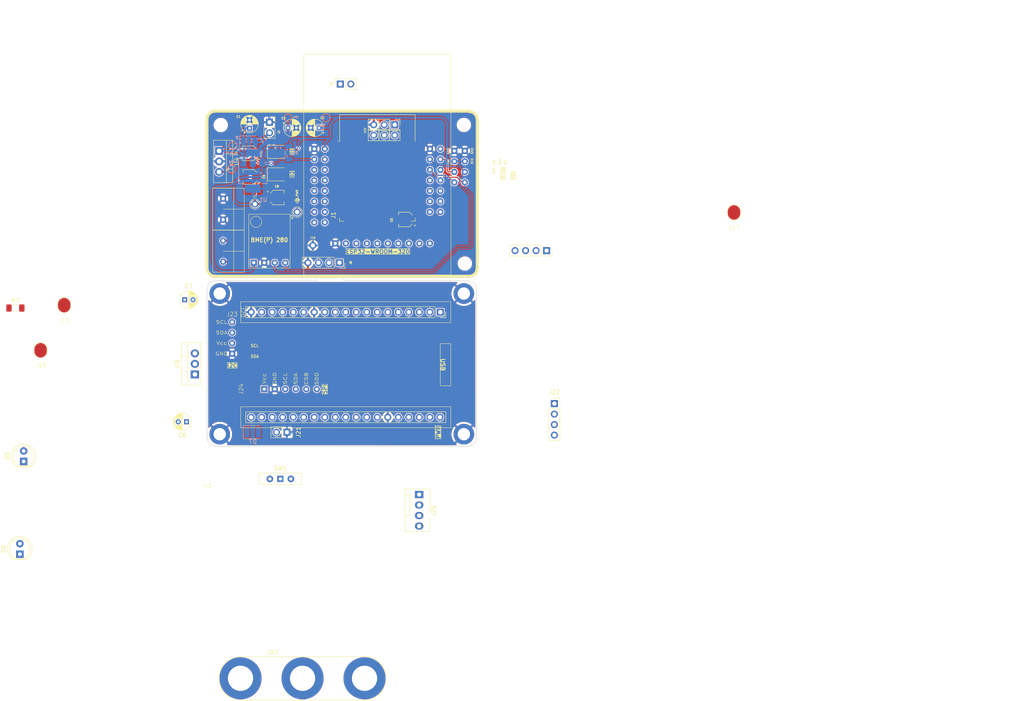
<source format=kicad_pcb>
(kicad_pcb (version 20240108) (generator "pcbnew") (generator_version "8.0")
  (layers (0 "F.Cu" signal) (31 "B.Cu" signal) (34 "B.Paste" user) (35 "F.Paste" user) (36 "B.SilkS" user "B.Silkscreen") (37 "F.SilkS" user "F.Silkscreen") (38 "B.Mask" user) (39 "F.Mask" user) (44 "Edge.Cuts" user))
  (net 0 "")
  (net 1 "GND")
  (net 2 "+3V3")
  (net 3 "+5V")
  (net 4 "/RXD")
  (net 5 "/TXD")
  (net 6 "/SDA")
  (net 7 "/GPIO_33")
  (net 8 "/SCL")
  (net 9 "/OUT3")
  (net 10 "/EN")
  (net 11 "/SOURCE2")
  (net 12 "/SOURCE1")
  (net 13 "/SOURCE3")
  (net 14 "/VDC")
  (net 15 "/DAC1")
  (net 16 "/DAC2")
  (net 17 "/GPIO39")
  (net 18 "/GPIO19")
  (net 19 "/GPIO17")
  (net 20 "/GPIO5")
  (net 21 "/GPIO18")
  (net 22 "/SD_DATA0")
  (net 23 "/ADC2_CH3")
  (net 24 "/SD_DATA3")
  (net 25 "/SD_CMD")
  (net 26 "/SD_CLK")
  (net 27 "/SD_DATA2")
  (net 28 "/SD_DATA1")
  (net 29 "/ADC2_CH0")
  (net 30 "/GPIO23")
  (net 31 "/GPIO36")
  (net 32 "/ADC2_CH2")
  (net 33 "/BOOT")
  (net 34 "/GPIO13")
  (net 35 "/SOURCE4")
  (net 36 "/SOURCE5")
  (net 37 "/SIPO_DATA")
  (net 38 "/SIPO_CLK")
  (net 39 "/SIPO_LATCH")
  (net 40 "/GPIO14")
  (net 41 "/OUT1")
  (net 42 "/VIN")
  (net 43 "Net-(D5-Pad1)")
  (net 44 "Net-(J15-Pin_1)")
  (net 45 "Net-(J19-Pin_1)")
  (net 46 "/OUT2")
  (net 58 "/ESP32-WROOM-32U Node/VIN")
  (net 63 "/ESP32-WROOM-32U Node/VDC")
  (net 74 "/ESP32-WROOM-32U Node/SPI-SDO")
  (net 75 "/ESP32-WROOM-32U Node/TX")
  (net 78 "/ESP32-WROOM-32U Node/SDA-2")
  (net 79 "/ESP32-WROOM-32U Node/SPI-CSB")
  (net 80 "/ESP32-WROOM-32U Node/SPI-SCL")
  (net 81 "/ESP32-WROOM-32U Node/3V3")
  (net 82 "/ESP32-WROOM-32U Node/SCL-2")
  (net 83 "/ESP32-WROOM-32U Node/RX")
  (net 84 "Net-(J21-Pin_2)")
  (net 86 "/ESP32-WROOM-32U Node/SPI-SDA")
  (net 88 "/ESP32-WROOM-32U Node/12V")
  (footprint "Capacitor_THT:CP_Radial_D4.0mm_P2.00mm" (layer "F.Cu") (at 107 44.2 180)
    (property "Reference" "C2")
    (property "Value" "1uF")
  )
  (footprint "LED_SMD:LED_1210_3225Metric_Pad1.42x2.65mm_HandSolder" (layer "F.Cu") (at 97 55.45)
    (property "Reference" "D2")
    (property "Value" "STATUS")
  )
  (footprint "Alexander Footprint Library:Board_65-40" (layer "F.Cu") (at 80 131.25)
    (property "Reference" "H3")
    (property "Value" "Project_Box_Board_65x40")
    (fp_line (start 0 -13) (end 0 -47) (stroke (width 0.05)) (layer "Edge.Cuts"))
    (fp_line (start 3 -50) (end 62 -50) (stroke (width 0.05)) (layer "Edge.Cuts"))
    (fp_line (start 62 -10) (end 3 -10) (stroke (width 0.05)) (layer "Edge.Cuts"))
    (fp_line (start 65 -47) (end 65 -13) (stroke (width 0.05)) (layer "Edge.Cuts"))
    (fp_arc (start 0 -47) (mid 0.87868 -49.12132) (end 3 -50) (stroke (width 0.05)) (layer "Edge.Cuts"))
    (fp_arc (start 3 -10) (mid 0.87868 -10.87868) (end 0 -13) (stroke (width 0.05)) (layer "Edge.Cuts"))
    (fp_arc (start 62 -50) (mid 64.12132 -49.12132) (end 65 -47) (stroke (width 0.05)) (layer "Edge.Cuts"))
    (fp_arc (start 65 -13) (mid 64.12132 -10.87868) (end 62 -10) (stroke (width 0.05)) (layer "Edge.Cuts"))
  )
  (footprint "Connector:Banana_Jack_3Pin" (layer "F.Cu") (at 88.03 177.25)
    (property "Reference" "J27")
    (property "Value" "Power_Jack")
  )
  (footprint "Capacitor_SMD:CP_Elec_3x5.3" (layer "F.Cu") (at 90.3 50.35 180)
    (property "Reference" "C4")
    (property "Value" "0.1uF")
  )
  (footprint "Resistor_SMD:R_1206_3216Metric_Pad1.30x1.75mm_HandSolder" (layer "F.Cu") (at 33.612 87.7585)
    (property "Reference" "R7")
    (property "Value" "4K7")
  )
  (footprint "LED_THT:LED_D5.0mm" (layer "F.Cu") (at 34.7 147.25 90)
    (property "Reference" "D6")
    (property "Value" "LED_STATUS")
  )
  (footprint "Button_Switch_THT:SW_Slide-03_Wuerth-WS-SLTV_10x2.5x6.4_P2.54mm" (layer "F.Cu") (at 97.66 129.05)
    (property "Reference" "SW1")
    (property "Value" "SW_SPDT")
  )
  (footprint "Connector_PinSocket_2.54mm:PinSocket_1x04_P2.54mm_Vertical" (layer "F.Cu") (at 163.88 110.85)
    (property "Reference" "J22")
    (property "Value" "PWR_SATA_Conn_01x04")
  )
  (footprint "Alexander Footprint Library:Pad_1x01_P2.54_SMD" (layer "F.Cu") (at 39.712 102.098)
    (property "Reference" "J19")
    (property "Value" "LED_PWR")
  )
  (footprint "Alexanddr Footprints Library:ESP32-WROOM-Adapter-Socket-2" (layer "F.Cu") (at 121.1 56.9025)
    (property "Reference" "J1")
    (property "Value" "~")
  )
  (footprint "Alexander Footprint Library:Pad_1x01_P2.54_SMD" (layer "F.Cu") (at 45.412 91.198)
    (property "Reference" "J15")
    (property "Value" "LED_PWR")
  )
  (footprint "MountingHole:MountingHole_3mm" (layer "F.Cu") (at 142 43.5)
    (property "Reference" "H1" (hide yes))
    (property "Value" "MountingHole_Pad")
  )
  (footprint "Connector_PinSocket_2.54mm:PinSocket_1x02_P2.54mm_Vertical" (layer "F.Cu") (at 99.25 117.775 -90)
    (property "Reference" "J21")
    (property "Value" "PWR")
  )
  (footprint "MountingHole:MountingHole_3mm" (layer "F.Cu") (at 83.25 43.53)
    (property "Reference" "H2" (hide yes))
    (property "Value" "MountingHole_Pad")
  )
  (footprint "Alexander Footprints Library:Conn_Terminal_5mm" (layer "F.Cu") (at 83.82 53.69)
    (property "Reference" "J9" (hide yes))
    (property "Value" "Conn_01x02_Socket")
  )
  (footprint "Alexander Footprint Library:Pad_1x01_P2.54_SMD" (layer "F.Cu") (at 207.3 68.7895)
    (property "Reference" "J17")
    (property "Value" "GND")
  )
  (footprint "Capacitor_THT:CP_Radial_D4.0mm_P2.00mm" (layer "F.Cu") (at 74.527401 85.75)
    (property "Reference" "C7")
    (property "Value" "1uF")
  )
  (footprint "Connector:FanPinHeader_1x04_P2.54mm_Vertical" (layer "F.Cu") (at 131.2 132.83 -90)
    (property "Reference" "J25")
    (property "Value" "Conn_01x04_Pin")
  )
  (footprint "Capacitor_SMD:CP_Elec_3x5.3" (layer "F.Cu") (at 90.4 56.05 180)
    (property "Reference" "C9")
    (property "Value" "0.1uF")
  )
  (footprint "Alexander Footprint Library:PinSocket_1x01_P2.54" (layer "F.Cu") (at 91.5 65.19)
    (property "Reference" "J7")
    (property "Value" "LED_PWR")
  )
  (footprint "Alexander Footprint Library:Conn_SPI" (layer "F.Cu") (at 88.68 107.35 90)
    (property "Reference" "J24")
    (property "Value" "~")
  )
  (footprint "Connector_PinSocket_2.54mm:PinSocket_1x02_P2.54mm_Vertical" (layer "F.Cu") (at 95.025 42.85)
    (property "Reference" "J2")
    (property "Value" "PWR")
  )
  (footprint "Connector_PinSocket_2.54mm:PinSocket_1x04_P2.54mm_Vertical" (layer "F.Cu") (at 111.94 76.8 -90)
    (property "Reference" "J6")
    (property "Value" "SOURCE")
  )
  (footprint "Connector_PinSocket_2.54mm:PinSocket_1x04_P2.54mm_Vertical" (layer "F.Cu") (at 162 73.875 -90)
    (property "Reference" "J10" (hide yes))
    (property "Value" "ADC")
  )
  (footprint "Capacitor_SMD:CP_Elec_3x5.3" (layer "F.Cu") (at 128 66.35 180)
    (property "Reference" "C5")
    (property "Value" "0.1uF")
  )
  (footprint "Capacitor_THT:CP_Radial_D4.0mm_P2.00mm" (layer "F.Cu") (at 99.5 44.2)
    (property "Reference" "C3")
    (property "Value" "1uF")
  )
  (footprint "Alexander Footprint Library:Conn_ESP32_WROOM-DevKit-38pins" (layer "F.Cu") (at 88.06 88.75 -90)
    (property "Reference" "J20")
    (property "Value" "~")
  )
  (footprint "Capacitor_SMD:CP_Elec_3x5.3" (layer "F.Cu") (at 96.8 61.05)
    (property "Reference" "C8")
    (property "Value" "10uF")
  )
  (footprint "Alexander Footprint Library:LD1117" (layer "F.Cu") (at 77 103.79 90)
    (property "Reference" "U9")
    (property "Value" "L7805")
  )
  (footprint "Alexander Footprint Library:PinSocket_1x01_P2.54" (layer "F.Cu") (at 101.7 67.12)
    (property "Reference" "J18")
    (property "Value" "LED_PWR")
  )
  (footprint "Alexander Footprint Library:Conn_I2C" (layer "F.Cu") (at 86 106.41 180)
    (property "Reference" "J23")
    (property "Value" "I2C")
  )
  (footprint "Capacitor_THT:CP_Radial_D4.0mm_P2.00mm" (layer "F.Cu") (at 74.9726 115.25 180)
    (property "Reference" "C6")
    (property "Value" "1uF")
  )
  (footprint "Connector_PinSocket_2.54mm:PinSocket_1x02_P2.54mm_Vertical" (layer "F.Cu") (at 112.15 33.625 90)
    (property "Reference" "J5")
    (property "Value" "DAC")
  )
  (footprint "Alexander Footprint Library:CONN_2x3" (layer "F.Cu") (at 130.38 43.45 -90)
    (property "Reference" "J14")
    (property "Value" "GPIO")
  )
  (footprint "Alexander Footprints Library:Conn_UART" (layer "F.Cu") (at 139.7 42.15)
    (property "Reference" "J3" (hide yes))
    (property "Value" "UART")
  )
  (footprint "Alexander Footprint Library:PinSocket_1x01_P2.54" (layer "F.Cu") (at 105.5 75.19)
    (property "Reference" "J16")
    (property "Value" "GND")
  )
  (footprint "Capacitor_THT:CP_Radial_D4.0mm_P2.00mm" (layer "F.Cu") (at 90.2 44.3 90)
    (property "Reference" "C1")
    (property "Value" "1uF")
  )
  (footprint "Alexander Footprint Library:BME280_BMP280_I2C" (layer "F.Cu") (at 90 78.1 90)
    (property "Reference" "U7")
    (property "Value" "BME(P)280")
  )
  (footprint "Alexander Footprint Library:LD1117" (layer "F.Cu") (at 82.855 49.77 -90)
    (property "Reference" "U4")
    (property "Value" "L7805")
  )
  (footprint "Alexander Footprints Library:Conn_I2C" (layer "F.Cu") (at 142.24 42.15)
    (property "Reference" "J4" (hide yes))
    (property "Value" "I2C")
  )
  (footprint "LED_THT:LED_D5.0mm" (layer "F.Cu") (at 35.612 124.8335 90)
    (property "Reference" "D5")
    (property "Value" "LED_PWR")
  )
  (footprint "LED_SMD:LED_1210_3225Metric_Pad1.42x2.65mm_HandSolder" (layer "F.Cu") (at 97 50)
    (property "Reference" "D1")
    (property "Value" "PWR")
  )
  (footprint "MountingHole:MountingHole_3mm" (layer "F.Cu") (at 142.25 77)
    (property "Reference" "H4" (hide yes))
    (property "Value" "MountingHole_Pad")
  )
  (footprint "Alexander Footprints Library:Conn_Terminal_5mm" (layer "F.Cu") (at 83.82 63.85)
    (property "Reference" "J8" (hide yes))
    (property "Value" "Conn_01x02_Socket")
  )
  (footprint "TestPoint:TestPoint_Pad_D1.5mm" (layer "B.Cu") (at 99.5 41.75 180)
    (property "Reference" "TP4")
    (property "Value" "5V")
  )
  (footprint "TestPoint:TestPoint_Pad_D1.5mm" (layer "B.Cu") (at 108.7 41.75 180)
    (property "Reference" "TP3")
    (property "Value" "3V3")
  )
  (footprint "Diode_SMD:D_1210_3225Metric" (layer "B.Cu") (at 91 117.75)
    (property "Reference" "D7")
    (property "Value" "D")
  )
  (footprint "Resistor_SMD:R_1206_3216Metric_Pad1.30x1.75mm_HandSolder" (layer "B.Cu") (at 99.7 50.25 -90)
    (property "Reference" "R1")
    (property "Value" "10K")
  )
  (footprint "Diode_SMD:D_1210_3225Metric" (layer "B.Cu") (at 90.1 47.75)
    (property "Reference" "D4")
    (property "Value" "D")
  )
  (footprint "TestPoint:TestPoint_Pad_D1.5mm" (layer "B.Cu") (at 86.2 48.45 180)
    (property "Reference" "TP1")
    (property "Value" "VIN")
  )
  (footprint "TestPoint:TestPoint_Pad_D1.5mm" (layer "B.Cu") (at 85.9 54.15 180)
    (property "Reference" "TP2")
    (property "Value" "GND")
  )
  (footprint "Package_TO_SOT_SMD:SOT-223-3_TabPin2" (layer "B.Cu") (at 91 55.75 -90)
    (property "Reference" "U1")
    (property "Value" "AMS1117-3V3")
  )
  (gr_line (start 145.25 42.11421) (end 145.25 78.085782) (stroke (width 0.75)) (layer "F.SilkS"))
  (gr_line (start 81.914218 40.164218) (end 143.08579 40.164218) (stroke (width 0.75)) (layer "F.SilkS"))
  (gr_arc (start 145.25 78.085782) (mid 144.66422 79.500007) (end 143.25 80.085782) (stroke (width 0.75)) (layer "F.SilkS"))
  (gr_line (start 79.914218 42.11421) (end 79.914218 78.085782) (stroke (width 0.75)) (layer "F.SilkS"))
  (gr_arc (start 81.914218 80.085782) (mid 80.499999 79.500001) (end 79.914218 78.085782) (stroke (width 0.75)) (layer "F.SilkS"))
  (gr_arc (start 143.25 40.25) (mid 144.664214 40.835786) (end 145.25 42.25) (stroke (width 0.75)) (layer "F.SilkS"))
  (gr_arc (start 79.914218 42.164218) (mid 80.499999 40.749999) (end 81.914218 40.164218) (stroke (width 0.75)) (layer "F.SilkS"))
  (gr_line (start 81.914214 80.085782) (end 143.085786 80.085782) (stroke (width 0.75)) (layer "F.SilkS"))
  (gr_line (start 82.014214 80.235786) (end 106.4 80.25) (stroke (width 0.1)) (layer "Edge.Cuts"))
  (gr_line (start 80 42.25) (end 80.014214 78.235786) (stroke (width 0.1)) (layer "Edge.Cuts"))
  (gr_arc (start 79.921321 83.157107) (mid 80.507106 81.742896) (end 81.921321 81.157107) (stroke (width 0.1)) (layer "Edge.Cuts"))
  (gr_line (start 81.921321 121.128679) (end 143.107107 121.142893) (stroke (width 0.1)) (layer "Edge.Cuts"))
  (gr_arc (start 81.921321 121.128679) (mid 80.507101 120.542899) (end 79.921321 119.128679) (stroke (width 0.1)) (layer "Edge.Cuts"))
  (gr_line (start 143.092893 81.157107) (end 113 81.15) (stroke (width 0.1)) (layer "Edge.Cuts"))
  (gr_arc (start 145.107107 119.142893) (mid 144.521321 120.557107) (end 143.107107 121.142893) (stroke (width 0.1)) (layer "Edge.Cuts"))
  (gr_line (start 106.4 81.15) (end 81.921321 81.157107) (stroke (width 0.1)) (layer "Edge.Cuts"))
  (gr_arc (start 143.185786 40.264214) (mid 144.600004 40.849996) (end 145.185786 42.264214) (stroke (width 0.1)) (layer "Edge.Cuts"))
  (gr_line (start 113 80.25) (end 143.185786 80.235786) (stroke (width 0.1)) (layer "Edge.Cuts"))
  (gr_arc (start 82.014214 80.235786) (mid 80.599996 79.650004) (end 80.014214 78.235786) (stroke (width 0.1)) (layer "Edge.Cuts"))
  (gr_line (start 145.185786 42.264214) (end 145.185786 78.235786) (stroke (width 0.1)) (layer "Edge.Cuts"))
  (gr_arc (start 80 42.25) (mid 80.585786 40.835786) (end 82 40.25) (stroke (width 0.1)) (layer "Edge.Cuts"))
  (gr_line (start 145.107107 119.142893) (end 145.092893 83.157107) (stroke (width 0.1)) (layer "Edge.Cuts"))
  (gr_line (start 79.921321 119.128679) (end 79.921321 83.157107) (stroke (width 0.1)) (layer "Edge.Cuts"))
  (gr_line (start 106.4 81.15) (end 106.4 80.25) (stroke (width 0.1)) (layer "Edge.Cuts"))
  (gr_arc (start 145.185786 78.235786) (mid 144.600004 79.650004) (end 143.185786 80.235786) (stroke (width 0.1)) (layer "Edge.Cuts"))
  (gr_arc (start 143.092893 81.157107) (mid 144.507112 81.742888) (end 145.092893 83.157107) (stroke (width 0.1)) (layer "Edge.Cuts"))
  (gr_line (start 113 81.15) (end 113 80.25) (stroke (width 0.1)) (layer "Edge.Cuts"))
  (gr_line (start 143.185786 40.264214) (end 82 40.25) (stroke (width 0.1)) (layer "Edge.Cuts"))
  (gr_text "SCL" (at 90.4 96.85 0) (layer "F.SilkS") (effects (font (size 0.7 0.7) (thickness 0.125) (bold yes)) (justify left)))
  (gr_text "SDA" (at 90.4 99.45 0) (layer "F.SilkS") (effects (font (size 0.7 0.7) (thickness 0.125) (bold yes)) (justify left)))
  (gr_text "PWR" (at 136.4 119.55 90) (layer "F.SilkS" knockout) (effects (font (size 1 1) (thickness 0.25) (bold yes)) (justify left bottom)))
  (segment (start 84.21 66) (end 83.82 66.39) (width 0.5) (layer "F.Cu") (net 1))
  (segment (start 95.5 54.8625) (end 95.5125 54.85) (width 0.25) (layer "F.Cu") (net 1))
  (segment (start 95.5 55.4625) (end 95.5125 55.45) (width 0.25) (layer "F.Cu") (net 1))
  (segment (start 91.5 59.65) (end 91.9 59.25) (width 0.5) (layer "F.Cu") (net 2))
  (segment (start 101.15 50) (end 102 49.15) (width 0.5) (layer "F.Cu") (net 2))
  (segment (start 94.63 62.62) (end 91.5 62.62) (width 0.5) (layer "F.Cu") (net 2))
  (segment (start 91.9 59.25) (end 91.9 56.05) (width 0.5) (layer "F.Cu") (net 2))
  (segment (start 98.4875 50) (end 101.15 50) (width 0.5) (layer "F.Cu") (net 2))
  (segment (start 95.3 61.05) (end 95.3 61.95) (width 0.5) (layer "F.Cu") (net 2))
  (segment (start 95.3 61.95) (end 94.63 62.62) (width 0.5) (layer "F.Cu") (net 2))
  (segment (start 91.5 62.62) (end 91.5 59.65) (width 0.5) (layer "F.Cu") (net 2))
  (via (at 102 49.15) (size 0.8) (drill 0.4) (layers "F.Cu" "B.Cu") (net 2))
  (segment (start 96.075 48.7) (end 97.525 48.7) (width 0.5) (layer "B.Cu") (net 2))
  (segment (start 108.4 49.2825) (end 108.4 47.85) (width 0.5) (layer "B.Cu") (net 2))
  (segment (start 109.408578 44.2) (end 107 44.2) (width 0.5) (layer "B.Cu") (net 2))
  (segment (start 109.5 46.75) (end 109.75 46.5) (width 0.5) (layer "B.Cu") (net 2))
  (segment (start 81.3 75.997918) (end 81.3 59.75104) (width 0.5) (layer "B.Cu") (net 2))
  (segment (start 93.3 54.905025) (end 93.3 52.6) (width 0.5) (layer "B.Cu") (net 2))
  (segment (start 100 48.7) (end 100 48.03033) (width 0.5) (layer "B.Cu") (net 2))
  (segment (start 137.9 51.55) (end 138.66 52.31) (width 0.5) (layer "B.Cu") (net 2))
  (segment (start 84.202081 78.9) (end 89.990883 78.9) (width 0.5) (layer "B.Cu") (net 2))
  (segment (start 109.75 45) (end 109.75 44.141421) (width 0.5) (layer "B.Cu") (net 2))
  (segment (start 103 46.75) (end 101.28033 46.75) (width 0.5) (layer "B.Cu") (net 2))
  (segment (start 109.75 43.858578) (end 109.75 44.141421) (width 0.5) (layer "B.Cu") (net 2))
  (segment (start 138.66 52.31) (end 139.7 52.31) (width 0.5) (layer "B.Cu") (net 2))
  (segment (start 139.7 52.31) (end 142.24 52.31) (width 0.5) (layer "B.Cu") (net 2))
  (segment (start 129.1 41.75) (end 136.8 41.75) (width 0.5) (layer "B.Cu") (net 2))
  (segment (start 112.31066 41.75) (end 129.1 41.75) (width 0.5) (layer "B.Cu") (net 2))
  (segment (start 88.207106 62.75) (end 91.5 62.75) (width 0.5) (layer "B.Cu") (net 2))
  (segment (start 86.5 61.042893) (end 86.5 57.5) (width 0.5) (layer "B.Cu") (net 2))
  (segment (start 103 46.75) (end 109.5 46.75) (width 0.5) (layer "B.Cu") (net 2))
  (segment (start 137.9 42.85) (end 137.9 51.55) (width 0.5) (layer "B.Cu") (net 2))
  (segment (start 91.22 77.670883) (end 91.22 76.8) (width 0.5) (layer "B.Cu") (net 2))
  (segment (start 89.455634 56.1) (end 92.105025 56.1) (width 0.5) (layer "B.Cu") (net 2))
  (segment (start 96.075 48.7) (end 95.177817 48.7) (width 0.5) (layer "B.Cu") (net 2))
  (segment (start 136.8 41.75) (end 137.9 42.85) (width 0.5) (layer "B.Cu") (net 2))
  (segment (start 108.4 47.85) (end 109.75 46.5) (width 0.5) (layer "B.Cu") (net 2))
  (segment (start 109.75 46.5) (end 109.75 45) (width 0.5) (layer "B.Cu") (net 2))
  (segment (start 110.015165 42.984834) (end 110.5 42.5) (width 0.5) (layer "B.Cu") (net 2))
  (segment (start 102 47.75) (end 103 46.75) (width 0.5) (layer "B.Cu") (net 2))
  (segment (start 109.75 43.858578) (end 109.75 43.625) (width 0.5) (layer "B.Cu") (net 2))
  (segment (start 93.3 52.6) (end 93.3 50.577817) (width 0.5) (layer "B.Cu") (net 2))
  (segment (start 82.75104 58.3) (end 84.144365 58.3) (width 0.5) (layer "B.Cu") (net 2))
  (segment (start 102 49.15) (end 102 47.75) (width 0.5) (layer "B.Cu") (net 2))
  (segment (start 129.3 41.75) (end 129.1 41.75) (width 0.5) (layer "B.Cu") (net 2))
  (segment (start 108.7 41.75) (end 112.31066 41.75) (width 0.5) (layer "B.Cu") (net 2))
  (segment (start 100 48.7) (end 97.525 48.7) (width 0.5) (layer "B.Cu") (net 2))
  (arc (start 93.3 54.905025) (mid 93.209037 55.362322) (end 92.95 55.75) (width 0.5) (layer "B.Cu") (net 2))
  (arc (start 86.8 57.2) (mid 85.581584 58.014119) (end 84.144365 58.3) (width 0.5) (layer "B.Cu") (net 2))
  (arc (start 89.455634 56.1) (mid 88.018415 56.38588) (end 86.8 57.2) (width 0.5) (layer "B.Cu") (net 2))
  (arc (start 86.5 61.042893) (mid 86.629945 61.696174) (end 87 62.25) (width 0.5) (layer "B.Cu") (net 2))
  (arc (start 82.75104 58.3) (mid 82.195751 58.410453) (end 81.725 58.725) (width 0.5) (layer "B.Cu") (net 2))
  (arc (start 92.95 55.75) (mid 92.562322 56.009037) (end 92.105025 56.1) (width 0.5) (layer "B.Cu") (net 2))
  (arc (start 109.75 43.625) (mid 109.818914 43.278544) (end 110.015165 42.984834) (width 0.5) (layer "B.Cu") (net 2))
  (arc (start 95.177817 48.7) (mid 94.459207 48.84294) (end 93.85 49.25) (width 0.5) (layer "B.Cu") (net 2))
  (arc (start 82.15 78.05) (mid 83.091502 78.679092) (end 84.202081 78.9) (width 0.5) (layer "B.Cu") (net 2))
  (arc (start 109.75 44.141421) (mid 109.713838 44.087301) (end 109.65 44.1) (width 0.5) (layer "B.Cu") (net 2))
  (arc (start 93.85 49.25) (mid 93.44294 49.859207) (end 93.3 50.577817) (width 0.5) (layer "B.Cu") (net 2))
  (arc (start 90.86 78.54) (mid 90.461245 78.806439) (end 89.990883 78.9) (width 0.5) (layer "B.Cu") (net 2))
  (arc (start 109.65 44.1) (mid 109.539234 44.17401) (end 109.408578 44.2) (width 0.5) (layer "B.Cu") (net 2))
  (arc (start 87 62.25) (mid 87.553825 62.620054) (end 88.207106 62.75) (width 0.5) (layer "B.Cu") (net 2))
  (arc (start 81.725 58.725) (mid 81.410453 59.195751) (end 81.3 59.75104) (width 0.5) (layer "B.Cu") (net 2))
  (arc (start 101.28033 46.75) (mid 100.790368 46.847459) (end 100.375 47.125) (width 0.5) (layer "B.Cu") (net 2))
  (arc (start 91.22 77.670883) (mid 91.126439 78.141245) (end 90.86 78.54) (width 0.5) (layer "B.Cu") (net 2))
  (arc (start 110.5 42.5) (mid 111.330737 41.944918) (end 112.31066 41.75) (width 0.5) (layer "B.Cu") (net 2))
  (arc (start 109.65 44.1) (mid 109.72401 43.989234) (end 109.75 43.858578) (width 0.5) (layer "B.Cu") (net 2))
  (arc (start 100.375 47.125) (mid 100.097459 47.540368) (end 100 48.03033) (width 0.5) (layer "B.Cu") (net 2))
  (arc (start 81.3 75.997918) (mid 81.520907 77.108496) (end 82.15 78.05) (width 0.5) (layer "B.Cu") (net 2))
  (segment (start 99.5 45.693413) (end 99.5 44.2) (width 0.5) (layer "F.Cu") (net 3))
  (segment (start 98.6375 46.9625) (end 99.2125 46.3875) (width 0.5) (layer "F.Cu") (net 3))
  (segment (start 88.1 47.25) (end 97.943413 47.25) (width 0.5) (layer "F.Cu") (net 3))
  (segment (start 84.9 54.85) (end 85.4 54.35) (width 0.5) (layer "F.Cu") (net 3))
  (segment (start 85.4 54.35) (end 85.4 49.95) (width 0.5) (layer "F.Cu") (net 3))
  (segment (start 82.855 54.85) (end 84.9 54.85) (width 0.5) (layer "F.Cu") (net 3))
  (segment (start 85.4 49.95) (end 88.1 47.25) (width 0.5) (layer "F.Cu") (net 3))
  (arc (start 97.943413 47.25) (mid 98.31905 47.175281) (end 98.6375 46.9625) (width 0.5) (layer "F.Cu") (net 3))
  (arc (start 99.5 45.693413) (mid 99.425281 46.06905) (end 99.2125 46.3875) (width 0.5) (layer "F.Cu") (net 3))
  (segment (start 99.5 42.25) (end 99.5 44.2) (width 0.25) (layer "B.Cu") (net 3))
  (segment (start 139.7 57.35) (end 139.7 57.39) (width 0.25) (layer "F.Cu") (net 4))
  (segment (start 140.3 57.45) (end 139.3 57.45) (width 0.25) (layer "F.Cu") (net 4))
  (segment (start 139.04 57.39) (end 139.7 57.39) (width 0.25) (layer "F.Cu") (net 4))
  (segment (start 137.96 55.65) (end 139.7 57.39) (width 0.25) (layer "B.Cu") (net 4))
  (segment (start 133.8 54.3625) (end 135.0875 55.65) (width 0.25) (layer "B.Cu") (net 4))
  (segment (start 135.0875 55.65) (end 137.96 55.65) (width 0.25) (layer "B.Cu") (net 4))
  (segment (start 138 52.25) (end 137.5725 51.8225) (width 0.25) (layer "F.Cu") (net 5))
  (segment (start 139.7 54.85) (end 138.3 54.85) (width 0.25) (layer "F.Cu") (net 5))
  (segment (start 137.5725 51.8225) (end 136.34 51.8225) (width 0.25) (layer "F.Cu") (net 5))
  (segment (start 138 54.55) (end 138 52.25) (width 0.25) (layer "F.Cu") (net 5))
  (segment (start 138.3 54.85) (end 138 54.55) (width 0.25) (layer "F.Cu") (net 5))
  (segment (start 139.7 54.85) (end 139.5 54.85) (width 0.25) (layer "F.Cu") (net 5))
  (segment (start 142.24 54.85) (end 142.24 55.51) (width 0.25) (layer "F.Cu") (net 6))
  (segment (start 98.84 76.8) (end 98.84 78.09) (width 0.25) (layer "B.Cu") (net 6))
  (segment (start 141 57.95) (end 141 56.09) (width 0.25) (layer "B.Cu") (net 6))
  (segment (start 140.990501 53.600501) (end 142.24 54.85) (width 0.25) (layer "B.Cu") (net 6))
  (segment (start 136.34 54.3625) (end 137.101999 53.600501) (width 0.25) (layer "B.Cu") (net 6))
  (segment (start 143.281802 72.781802) (end 143.55 72.513604) (width 0.25) (layer "B.Cu") (net 6))
  (segment (start 99.4 78.65) (end 130.7 78.65) (width 0.25) (layer "B.Cu") (net 6))
  (segment (start 130.7 78.65) (end 134.55 78.65) (width 0.25) (layer "B.Cu") (net 6))
  (segment (start 143.55 72.513604) (end 143.55 60.5) (width 0.25) (layer "B.Cu") (net 6))
  (segment (start 143.55 60.5) (end 141 57.95) (width 0.25) (layer "B.Cu") (net 6))
  (segment (start 140.418198 72.781802) (end 143.281802 72.781802) (width 0.25) (layer "B.Cu") (net 6))
  (segment (start 98.84 78.09) (end 99.4 78.65) (width 0.25) (layer "B.Cu") (net 6))
  (segment (start 141 56.09) (end 142.24 54.85) (width 0.25) (layer "B.Cu") (net 6))
  (segment (start 137.101999 53.600501) (end 140.990501 53.600501) (width 0.25) (layer "B.Cu") (net 6))
  (segment (start 134.55 78.65) (end 140.418198 72.781802) (width 0.25) (layer "B.Cu") (net 6))
  (segment (start 135.1 55.15) (end 135.6 55.65) (width 0.25) (layer "F.Cu") (net 8))
  (segment (start 133.8 51.8225) (end 135.1 53.1225) (width 0.25) (layer "F.Cu") (net 8))
  (segment (start 141.603604 57.39) (end 142.24 57.39) (width 0.25) (layer "F.Cu") (net 8))
  (segment (start 137.3 55.65) (end 137.8 56.15) (width 0.25) (layer "F.Cu") (net 8))
  (segment (start 135.1 53.1225) (end 135.1 55.15) (width 0.25) (layer "F.Cu") (net 8))
  (segment (start 135.6 55.65) (end 137.3 55.65) (width 0.25) (layer "F.Cu") (net 8))
  (segment (start 140.363604 56.15) (end 141.603604 57.39) (width 0.25) (layer "F.Cu") (net 8))
  (segment (start 137.8 56.15) (end 140.363604 56.15) (width 0.25) (layer "F.Cu") (net 8))
  (segment (start 142.24 58.553604) (end 142.24 57.39) (width 0.25) (layer "B.Cu") (net 8))
  (segment (start 144 72.7) (end 144 60.313604) (width 0.25) (layer "B.Cu") (net 8))
  (segment (start 134.8 79.1) (end 140.6 73.3) (width 0.25) (layer "B.Cu") (net 8))
  (segment (start 140.6 73.3) (end 143.4 73.3) (width 0.25) (layer "B.Cu") (net 8))
  (segment (start 96.3 76.8) (end 96.3 78.45) (width 0.25) (layer "B.Cu") (net 8))
  (segment (start 143.4 73.3) (end 144 72.7) (width 0.25) (layer "B.Cu") (net 8))
  (segment (start 96.3 78.45) (end 96.95 79.1) (width 0.25) (layer "B.Cu") (net 8))
  (segment (start 144 60.313604) (end 142.24 58.553604) (width 0.25) (layer "B.Cu") (net 8))
  (segment (start 96.95 79.1) (end 134.8 79.1) (width 0.25) (layer "B.Cu") (net 8))
  (segment (start 92.3 52.75) (end 91.8 52.25) (width 0.25) (layer "F.Cu") (net 10))
  (segment (start 91.8 52.25) (end 91.8 50.35) (width 0.25) (layer "F.Cu") (net 10))
  (segment (start 95.4 52.75) (end 92.3 52.75) (width 0.25) (layer "F.Cu") (net 10))
  (via (at 95.4 52.75) (size 0.8) (drill 0.4) (layers "F.Cu" "B.Cu") (net 10))
  (segment (start 95.4 52.75) (end 96.7 52.75) (width 0.25) (layer "B.Cu") (net 10))
  (segment (start 101.4 51.8) (end 101.45 51.8) (width 0.25) (layer "B.Cu") (net 10))
  (segment (start 105.86 51.8225) (end 101.4225 51.8225) (width 0.25) (layer "B.Cu") (net 10))
  (segment (start 99.7 51.8) (end 101.4 51.8) (width 0.25) (layer "B.Cu") (net 10))
  (segment (start 97.65 51.8) (end 99.7 51.8) (width 0.25) (layer "B.Cu") (net 10))
  (segment (start 101.4225 51.8225) (end 101.4 51.8) (width 0.25) (layer "B.Cu") (net 10))
  (segment (start 96.7 52.75) (end 97.65 51.8) (width 0.25) (layer "B.Cu") (net 10))
  (segment (start 86.37 71.47) (end 88 73.1) (width 0.5) (layer "F.Cu") (net 11))
  (segment (start 88 73.1) (end 99 73.1) (width 0.5) (layer "F.Cu") (net 11))
  (segment (start 83.82 71.47) (end 86.37 71.47) (width 0.5) (layer "F.Cu") (net 11))
  (segment (start 86.275 76.55) (end 88.075 74.75) (width 0.5) (layer "F.Cu") (net 12))
  (segment (start 83.82 76.55) (end 86.275 76.55) (width 0.5) (layer "F.Cu") (net 12))
  (segment (start 88.075 74.75) (end 99.75 74.75) (width 0.5) (layer "F.Cu") (net 12))
  (segment (start 95.025 45.425) (end 92.7 47.75) (width 0.5) (layer "B.Cu") (net 14))
  (segment (start 92.7 47.75) (end 91.5 47.75) (width 0.5) (layer "B.Cu") (net 14))
  (segment (start 95.025 45.39) (end 95.025 45.425) (width 0.5) (layer "B.Cu") (net 14))
  (segment (start 129.5 66.35) (end 134.5125 66.35) (width 0.25) (layer "F.Cu") (net 33))
  (segment (start 134.5125 66.35) (end 136.34 64.5225) (width 0.25) (layer "F.Cu") (net 33))
  (segment (start 101.7 56.05) (end 101.1 55.45) (width 0.25) (layer "F.Cu") (net 40))
  (segment (start 101.7 64.55) (end 105.8325 64.55) (width 0.25) (layer "F.Cu") (net 40))
  (segment (start 105.8325 64.55) (end 105.86 64.5225) (width 0.25) (layer "F.Cu") (net 40))
  (segment (start 101.1 55.45) (end 98.4875 55.45) (width 0.25) (layer "F.Cu") (net 40))
  (segment (start 101.7 64.55) (end 101.7 56.05) (width 0.25) (layer "F.Cu") (net 40))
  (segment (start 82.98 49.77) (end 82.855 49.77) (width 0.5) (layer "F.Cu") (net 42))
  (segment (start 90.2 44.3) (end 88.45 44.3) (width 0.5) (layer "F.Cu") (net 42))
  (segment (start 88.45 44.3) (end 82.98 49.77) (width 0.5) (layer "F.Cu") (net 42))
  (segment (start 88.7 50.546446) (end 88.7 51.253553) (width 0.5) (layer "B.Cu") (net 42))
  (segment (start 88.7 45.153553) (end 88.7 47.4) (width 0.5) (layer "B.Cu") (net 42))
  (segment (start 86.2 49.11) (end 86.2 48.45) (width 0.25) (layer "B.Cu") (net 42))
  (segment (start 88.45 50.65) (end 88.2 50.4) (width 0.5) (layer "B.Cu") (net 42))
  (segment (start 88.7 50.546446) (end 88.7 47.4) (width 0.5) (layer "B.Cu") (net 42))
  (segment (start 88.45 50.65) (end 88.054368 50.254368) (width 0.5) (layer "B.Cu") (net 42))
  (segment (start 89.553553 44.3) (end 90.2 44.3) (width 0.5) (layer "B.Cu") (net 42))
  (segment (start 88.7 51.253553) (end 88.7 52.6) (width 0.5) (layer "B.Cu") (net 42))
  (segment (start 86.86 49.77) (end 85.54 49.77) (width 0.5) (layer "B.Cu") (net 42))
  (segment (start 86.885 49.77) (end 86.86 49.77) (width 0.5) (layer "B.Cu") (net 42))
  (segment (start 85.54 49.77) (end 82.855 49.77) (width 0.5) (layer "B.Cu") (net 42))
  (arc (start 89.553553 44.3) (mid 89.226912 44.364972) (end 88.95 44.55) (width 0.5) (layer "B.Cu") (net 42))
  (arc (start 86.2 49.11) (mid 86.393309 49.57669) (end 86.86 49.77) (width 0.25) (layer "B.Cu") (net 42))
  (arc (start 88.7 51.253553) (mid 88.635027 50.926912) (end 88.45 50.65) (width 0.5) (layer "B.Cu") (net 42))
  (arc (start 88.45 50.65) (mid 88.45 50.65) (end 88.45 50.65) (width 0.5) (layer "B.Cu") (net 42))
  (arc (start 88.45 50.65) (mid 88.609596 50.681745) (end 88.7 50.546446) (width 0.5) (layer "B.Cu") (net 42))
  (arc (start 88.054368 50.254368) (mid 87.517857 49.895883) (end 86.885 49.77) (width 0.5) (layer "B.Cu") (net 42))
  (arc (start 88.95 44.55) (mid 88.764972 44.826912) (end 88.7 45.153553) (width 0.5) (layer "B.Cu") (net 42))
  (segment (start 92.425 117.775) (end 92.4 117.75) (width 0.5) (layer "B.Cu") (net 63))
  (zone (net 1) (net_name "GND") (layer "F.Cu") (priority 1) (connect_pads (clearance 0)) (min_thickness 0.25) (fill yes (thermal_gap 0.5) (thermal_bridge_width 0.5))
    (polygon (pts (xy 80 40.25) (xy 80.3 80.35) (xy 145.55 80.35) (xy 145.25 40.25)))
  )
  (zone (net 1) (net_name "GND") (layer "F.Cu") (priority 2) (connect_pads (clearance 0)) (min_thickness 0.25) (fill yes (thermal_gap 0.5) (thermal_bridge_width 0.5))
    (polygon (pts (xy 79.8 121.45) (xy 145.7 121.45) (xy 145.2 80.95) (xy 79.5 80.95)))
  )
  (zone (net 1) (net_name "GND") (layer "B.Cu") (connect_pads (clearance 0)) (min_thickness 0.25) (fill yes (thermal_gap 0.5) (thermal_bridge_width 0.5))
    (polygon (pts (xy 80 40.25) (xy 145.2 40.25) (xy 145.4 80.45) (xy 80.2 80.45)))
  )
  (zone (net 1) (net_name "GND") (layer "B.Cu") (priority 3) (connect_pads (clearance 0)) (min_thickness 0.25) (fill yes (thermal_gap 0.5) (thermal_bridge_width 0.5))
    (polygon (pts (xy 145.6 121.45) (xy 145.2 80.95) (xy 79.5 80.95) (xy 79.7 121.45)))
  )
)
</source>
